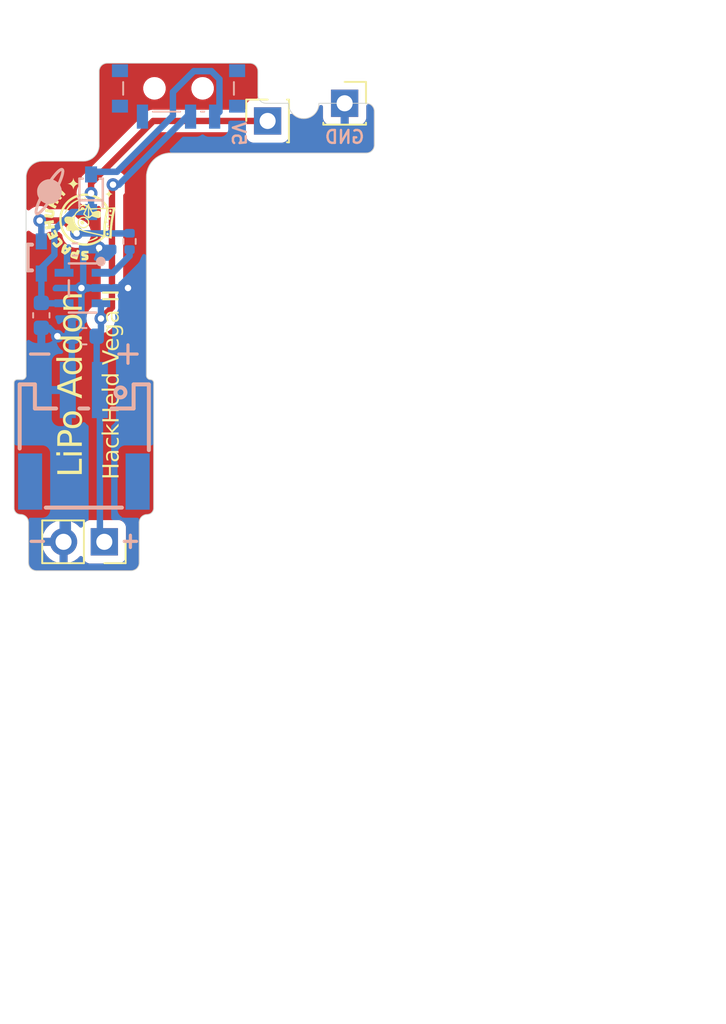
<source format=kicad_pcb>
(kicad_pcb (version 20221018) (generator pcbnew)
  (title_block (title "Hackheld Vega II") (date "2023-02-26") (rev "1") (company "Spacehuhn Technologies") (comment 1 "Designed with <3 by Stefan"))
  (layers (0 "F.Cu" signal) (31 "B.Cu" signal) (34 "B.Paste" user) (35 "F.Paste" user) (36 "B.SilkS" user "B.Silkscreen") (37 "F.SilkS" user "F.Silkscreen") (38 "B.Mask" user) (39 "F.Mask" user) (44 "Edge.Cuts" user))
  (net 0 "")
  (net 1 "+5V")
  (net 2 "GND")
  (net 3 "+BATT")
  (net 4 "Net-(SW7-C)")
  (net 7 "Net-(U2-STAT)")
  (net 8 "Net-(U2-PROG)")
  (net 9 "Net-(LED1-K)")
  (footprint "Connector_PinSocket_2.54mm:PinSocket_1x01_P2.54mm_Vertical" (layer "F.Cu") (at 151 69)
    (fp_text reference "J3" hide)
    (fp_text value "Conn_01x01_Socket")
    (pad "1" thru_hole rect (at 0 0) (size 1.7 1.7) (drill 1) (property pad_prop_castellated) (layers "*.Cu" "*.Mask") (net 2 "GND"))
  )
  (footprint "artwork:spacehuhn_logo_text_small" (layer "F.Cu") (at 134.5 76.2 90)
    (fp_text reference "G***" hide)
    (fp_text value "LOGO" hide)
  )
  (footprint "MountingHole:MountingHole_2.2mm_M2" (layer "F.Cu") (at 132 123.85)
    (fp_text reference "REF2" hide)
    (fp_text value "MountingHole_2.2mm_M2" hide)
    (pad "" np_thru_hole circle (at 0 0) (size 2.2 2.2) (drill 2.2) (layers "*.Cu" "*.Mask"))
  )
  (footprint "MountingHole:MountingHole_2.2mm_M2" (layer "F.Cu") (at 172.3 123.85)
    (fp_text reference "REF1" hide)
    (fp_text value "MountingHole_2.2mm_M2" hide)
    (pad "" np_thru_hole circle (at 0 0) (size 2.2 2.2) (drill 2.2) (layers "*.Cu" "*.Mask"))
  )
  (footprint "Connector_PinSocket_2.54mm:PinSocket_1x02_P2.54mm_Vertical" (layer "F.Cu") (at 136.025 96.3 -90)
    (fp_text reference "J1" hide)
    (fp_text value "Conn_01x02_Socket")
    (pad "1" thru_hole rect (at 0 0 270) (size 1.7 1.7) (drill 1) (layers "*.Cu" "*.Mask") (net 3 "+BATT"))
    (pad "2" thru_hole oval (at 0 2.54 270) (size 1.7 1.7) (drill 1) (layers "*.Cu" "*.Mask") (net 2 "GND"))
  )
  (footprint "MountingHole:MountingHole_2.2mm_M2" (layer "F.Cu") (at 172.3 68.9)
    (fp_text reference "REF4" hide)
    (fp_text value "MountingHole_2.2mm_M2" hide)
    (pad "" np_thru_hole circle (at 0 0) (size 2.2 2.2) (drill 2.2) (layers "*.Cu" "*.Mask"))
  )
  (footprint "Connector_PinSocket_2.54mm:PinSocket_1x01_P2.54mm_Vertical" (layer "F.Cu") (at 146.2 70.1 90)
    (fp_text reference "J2" hide)
    (fp_text value "Conn_01x01_Socket")
    (pad "1" thru_hole rect (at 0 0 90) (size 1.7 1.7) (drill 1) (layers "*.Cu" "*.Mask") (net 1 "+5V"))
  )
  (footprint "MountingHole:MountingHole_2.2mm_M2" (layer "F.Cu") (at 132 68.9)
    (fp_text reference "REF3" hide)
    (fp_text value "MountingHole_2.2mm_M2" hide)
    (pad "" np_thru_hole circle (at 0 0) (size 2.2 2.2) (drill 2.2) (layers "*.Cu" "*.Mask"))
  )
  (footprint "Capacitor_SMD:C_0603_1608Metric" (layer "B.Cu") (at 134.775 83.5 180)
    (fp_text reference "C2" hide)
    (fp_text value "4.7uF")
    (pad "1" smd roundrect (at -0.775 0 180) (size 0.9 0.95) (layers "B.Cu" "B.Paste" "B.Mask") (net 3 "+BATT"))
    (pad "2" smd roundrect (at 0.775 0 180) (size 0.9 0.95) (layers "B.Cu" "B.Paste" "B.Mask") (net 2 "GND"))
  )
  (footprint "artwork:planet_small" (layer "B.Cu") (at 132.6 74.5 -90)
    (fp_text reference "G***" hide)
    (fp_text value "LOGO" hide)
  )
  (footprint "_mykicadlib:SOT-23-5_L3.0-W1.7-P0.95-LS2.8-BL" (layer "B.Cu") (at 134.665 80.5 -90)
    (fp_text reference "U2" hide)
    (fp_text value "MCP73831T")
    (pad "1" smd rect (at -0.95 -1.15 270) (size 0.49 1.16) (layers "B.Cu" "B.Paste" "B.Mask") (net 7 "Net-(U2-STAT)"))
    (pad "2" smd rect (at 0 -1.15 270) (size 0.49 1.16) (layers "B.Cu" "B.Paste" "B.Mask") (net 2 "GND"))
    (pad "3" smd rect (at 0.95 -1.15 270) (size 0.49 1.16) (layers "B.Cu" "B.Paste" "B.Mask") (net 3 "+BATT"))
    (pad "4" smd rect (at 0.95 1.15 270) (size 0.49 1.18) (layers "B.Cu" "B.Paste" "B.Mask") (net 1 "+5V"))
    (pad "5" smd rect (at -0.95 1.15 270) (size 0.49 1.18) (layers "B.Cu" "B.Paste" "B.Mask") (net 8 "Net-(U2-PROG)"))
  )
  (footprint "_mykicadlib:SW_MK-12C02-G020" (layer "B.Cu") (at 140.65 68.4)
    (fp_text reference "SW7" hide)
    (fp_text value "MK-12C02-G015")
    (pad "" smd rect (at -3.65 -1.43) (size 1 0.8) (layers "B.Cu" "B.Paste" "B.Mask"))
    (pad "" smd rect (at -3.65 0.78) (size 1 0.8) (layers "B.Cu" "B.Paste" "B.Mask"))
    (pad "" np_thru_hole circle (at -1.5 -0.33) (size 0.9 0.9) (drill 0.9) (layers "*.Cu" "*.Mask"))
    (pad "" np_thru_hole circle (at 1.5 -0.33) (size 0.9 0.9) (drill 0.9) (layers "*.Cu" "*.Mask"))
    (pad "" smd rect (at 3.65 -1.43) (size 1 0.8) (layers "B.Cu" "B.Paste" "B.Mask"))
    (pad "" smd rect (at 3.65 0.78) (size 1 0.8) (layers "B.Cu" "B.Paste" "B.Mask"))
    (pad "1" smd rect (at -2.25 1.43) (size 0.7 1.5) (layers "B.Cu" "B.Paste" "B.Mask"))
    (pad "2" smd rect (at 0.75 1.43) (size 0.7 1.5) (layers "B.Cu" "B.Paste" "B.Mask") (net 3 "+BATT"))
    (pad "3" smd rect (at 2.25 1.43) (size 0.7 1.5) (layers "B.Cu" "B.Paste" "B.Mask") (net 4 "Net-(SW7-C)"))
  )
  (footprint "Resistor_SMD:R_0402_1005Metric" (layer "B.Cu") (at 137.6 77.6 -90)
    (fp_text reference "R3" hide)
    (fp_text value "5.1K")
    (pad "1" smd roundrect (at -0.51 0 270) (size 0.54 0.64) (layers "B.Cu" "B.Paste" "B.Mask") (net 9 "Net-(LED1-K)"))
    (pad "2" smd roundrect (at 0.51 0 270) (size 0.54 0.64) (layers "B.Cu" "B.Paste" "B.Mask") (net 7 "Net-(U2-STAT)"))
  )
  (footprint "_mykicadlib:LED-SMD_L2.0-W1.1_SIDE" (layer "B.Cu") (at 132.1 78.6 -90)
    (fp_text reference "LED1" hide)
    (fp_text value "MHS171CRCT")
    (pad "1" smd rect (at 1 0 270) (size 1 0.7) (layers "B.Cu" "B.Paste" "B.Mask") (net 1 "+5V"))
    (pad "2" smd rect (at -1 0 270) (size 1 0.7) (layers "B.Cu" "B.Paste" "B.Mask") (net 9 "Net-(LED1-K)"))
  )
  (footprint "_mykicadlib:SOD-323_L1.8-W1.3-LS2.5-RD" (layer "B.Cu") (at 135.2 74.6 90)
    (fp_text reference "D2" hide)
    (fp_text value "BAT760")
    (pad "1" smd rect (at -1.17 0 90) (size 1 0.75) (layers "B.Cu" "B.Paste" "B.Mask") (net 1 "+5V"))
    (pad "2" smd rect (at 1.17 0 90) (size 1 0.75) (layers "B.Cu" "B.Paste" "B.Mask") (net 4 "Net-(SW7-C)"))
  )
  (footprint "_mykicadlib:CONN-SMD_2P-P2.00_XUNPU_WAFER-PH2.0-2PWB" (layer "B.Cu") (at 134.75 89.7 180)
    (fp_text reference "H1" hide)
    (fp_text value "JST-PH-2")
    (pad "1" smd rect (at -1 2.85 180) (size 1 3.5) (layers "B.Cu" "B.Paste" "B.Mask") (net 3 "+BATT"))
    (pad "2" smd rect (at 1 2.85 180) (size 1 3.5) (layers "B.Cu" "B.Paste" "B.Mask") (net 2 "GND"))
    (pad "4" smd rect (at 3.35 -2.85 180) (size 1.5 3.5) (layers "B.Cu" "B.Paste" "B.Mask"))
    (pad "5" smd rect (at -3.35 -2.85 180) (size 1.5 3.5) (layers "B.Cu" "B.Paste" "B.Mask"))
  )
  (footprint "Resistor_SMD:R_0402_1005Metric" (layer "B.Cu") (at 134.2 78.1)
    (fp_text reference "R4" hide)
    (fp_text value "2K")
    (pad "1" smd roundrect (at -0.51 0) (size 0.54 0.64) (layers "B.Cu" "B.Paste" "B.Mask") (net 8 "Net-(U2-PROG)"))
    (pad "2" smd roundrect (at 0.51 0) (size 0.54 0.64) (layers "B.Cu" "B.Paste" "B.Mask") (net 2 "GND"))
  )
  (footprint "Capacitor_SMD:C_0603_1608Metric" (layer "B.Cu") (at 132.1 82.2 -90)
    (fp_text reference "C1" hide)
    (fp_text value "4.7uF")
    (pad "1" smd roundrect (at -0.775 0 270) (size 0.9 0.95) (layers "B.Cu" "B.Paste" "B.Mask") (net 1 "+5V"))
    (pad "2" smd roundrect (at 0.775 0 270) (size 0.9 0.95) (layers "B.Cu" "B.Paste" "B.Mask") (net 2 "GND"))
  )
  (gr_arc (start 135.7 67) (mid 135.846447 66.646447) (end 136.2 66.5) (stroke (width 0.05)) (layer "Edge.Cuts"))
  (gr_line (start 152.85 71.6) (end 152.85 69.5) (stroke (width 0.05)) (layer "Edge.Cuts"))
  (gr_line (start 134.7 72.6) (end 132.15 72.6) (stroke (width 0.05)) (layer "Edge.Cuts"))
  (gr_line (start 152.35 69) (end 149.4 69) (stroke (width 0.05)) (layer "Edge.Cuts"))
  (gr_line (start 131.15 73.6) (end 131.15 85.95) (stroke (width 0.05)) (layer "Edge.Cuts"))
  (gr_line (start 130.6 86.2) (end 130.9 86.2) (stroke (width 0.05)) (layer "Edge.Cuts"))
  (gr_arc (start 130.4 86.4) (mid 130.458579 86.258579) (end 130.6 86.2) (stroke (width 0.05)) (layer "Edge.Cuts"))
  (gr_arc (start 130.8 94.6) (mid 130.517157 94.482843) (end 130.4 94.2) (stroke (width 0.05)) (layer "Edge.Cuts"))
  (gr_arc (start 146.1 69) (mid 145.746447 68.853553) (end 145.6 68.5) (stroke (width 0.05)) (layer "Edge.Cuts"))
  (gr_line (start 131.3 97.6) (end 131.3 95.1) (stroke (width 0.05)) (layer "Edge.Cuts"))
  (gr_arc (start 135.7 71.6) (mid 135.407107 72.307107) (end 134.7 72.6) (stroke (width 0.05)) (layer "Edge.Cuts"))
  (gr_arc (start 138.9 86.2) (mid 138.723223 86.126777) (end 138.65 85.95) (stroke (width 0.05)) (layer "Edge.Cuts"))
  (gr_arc (start 139.1 94.2) (mid 138.982843 94.482843) (end 138.7 94.6) (stroke (width 0.05)) (layer "Edge.Cuts"))
  (gr_line (start 145.6 68.5) (end 145.6 67) (stroke (width 0.05)) (layer "Edge.Cuts"))
  (gr_arc (start 145.1 66.5) (mid 145.453553 66.646447) (end 145.6 67) (stroke (width 0.05)) (layer "Edge.Cuts"))
  (gr_arc (start 138.9 86.2) (mid 139.041421 86.258579) (end 139.1 86.4) (stroke (width 0.05)) (layer "Edge.Cuts"))
  (gr_line (start 131.8 98.1) (end 137.7 98.1) (stroke (width 0.05)) (layer "Edge.Cuts"))
  (gr_arc (start 152.85 71.6) (mid 152.703553 71.953553) (end 152.35 72.1) (stroke (width 0.05)) (layer "Edge.Cuts"))
  (gr_line (start 139.1 94.2) (end 139.1 86.4) (stroke (width 0.05)) (layer "Edge.Cuts"))
  (gr_line (start 135.7 67) (end 135.7 71.6) (stroke (width 0.05)) (layer "Edge.Cuts"))
  (gr_line (start 138.65 85.95) (end 138.65 73.6) (stroke (width 0.05)) (layer "Edge.Cuts"))
  (gr_arc (start 138.65 73.6) (mid 139.08934 72.53934) (end 140.15 72.1) (stroke (width 0.05)) (layer "Edge.Cuts"))
  (gr_arc (start 131.15 73.6) (mid 131.442893 72.892893) (end 132.15 72.6) (stroke (width 0.05)) (layer "Edge.Cuts"))
  (gr_arc (start 130.8 94.6) (mid 131.153553 94.746447) (end 131.3 95.1) (stroke (width 0.05)) (layer "Edge.Cuts"))
  (gr_arc (start 149.4 69) (mid 148.45 69.95) (end 147.5 69) (stroke (width 0.05)) (layer "Edge.Cuts"))
  (gr_arc (start 138.2 97.6) (mid 138.053553 97.953553) (end 137.7 98.1) (stroke (width 0.05)) (layer "Edge.Cuts"))
  (gr_line (start 138.2 95.1) (end 138.2 97.6) (stroke (width 0.05)) (layer "Edge.Cuts"))
  (gr_line (start 140.15 72.1) (end 152.35 72.1) (stroke (width 0.05)) (layer "Edge.Cuts"))
  (gr_arc (start 138.2 95.1) (mid 138.346447 94.746447) (end 138.7 94.6) (stroke (width 0.05)) (layer "Edge.Cuts"))
  (gr_arc (start 131.15 85.95) (mid 131.076777 86.126777) (end 130.9 86.2) (stroke (width 0.05)) (layer "Edge.Cuts"))
  (gr_line (start 130.4 94.2) (end 130.4 86.4) (stroke (width 0.05)) (layer "Edge.Cuts"))
  (gr_arc (start 131.8 98.1) (mid 131.446447 97.953553) (end 131.3 97.6) (stroke (width 0.05)) (layer "Edge.Cuts"))
  (gr_line (start 145.1 66.5) (end 136.2 66.5) (stroke (width 0.05)) (layer "Edge.Cuts"))
  (gr_arc (start 152.35 69) (mid 152.703553 69.146447) (end 152.85 69.5) (stroke (width 0.05)) (layer "Edge.Cuts"))
  (gr_line (start 147.5 69) (end 146.1 69) (stroke (width 0.05)) (layer "Edge.Cuts"))
  (gr_text "+" (at 137.5 84.5) (layer "B.SilkS") (effects (font (size 1.5 1.5) (thickness 0.2)) (justify mirror)))
  (gr_text "GND" (at 151 71.1) (layer "B.SilkS") (effects (font (size 0.8 0.8)) (justify mirror)))
  (gr_text "-" (at 132 84.5) (layer "B.SilkS") (effects (font (size 1.5 1.5) (thickness 0.2)) (justify mirror)))
  (gr_text "-" (at 131.85 96.2) (layer "B.SilkS") (effects (font (size 1 1) (thickness 0.2)) (justify mirror)))
  (gr_text "+" (at 137.65 96.2) (layer "B.SilkS") (effects (font (size 1 1) (thickness 0.2)) (justify mirror)))
  (gr_text "5V" (at 144.4 70.9 -90) (layer "B.SilkS") (effects (font (size 0.8 0.8)) (justify mirror)))
  (gr_text "LiPo Addon" (at 134 86.5 90) (layer "F.SilkS") (effects (font (size 1.5 1.5))))
  (gr_text "HackHeld Vega II" (at 136.5 86.5 90) (layer "F.SilkS") (effects (font (size 1 1))))
  (segment (start 139.075 70.1) (end 146.2 70.1) (width 0.4) (layer "F.Cu") (net 1))
  (segment (start 135.2 73.975) (end 139.075 70.1) (width 0.4) (layer "F.Cu") (net 1))
  (segment (start 135.2 74.6) (end 135.2 73.975) (width 0.4) (layer "F.Cu") (net 1))
  (via (at 135.2 74.6) (size 0.8) (drill 0.4) (layers "F.Cu" "B.Cu") (net 1))
  (segment (start 134.03 75.77) (end 135.2 75.77) (width 0.4) (layer "B.Cu") (net 1))
  (segment (start 135.2 74.6) (end 135.2 75.77) (width 0.4) (layer "B.Cu") (net 1))
  (segment (start 133.515 81.45) (end 132.125 81.45) (width 0.4) (layer "B.Cu") (net 1))
  (segment (start 132.915 76.885) (end 134.03 75.77) (width 0.4) (layer "B.Cu") (net 1))
  (segment (start 132.915 76.885) (end 132.915 78.435) (width 0.4) (layer "B.Cu") (net 1))
  (segment (start 132.1 81.425) (end 132.1 79.6) (width 0.4) (layer "B.Cu") (net 1))
  (segment (start 132.125 81.45) (end 132.1 81.425) (width 0.4) (layer "B.Cu") (net 1))
  (segment (start 132.1 79.25) (end 132.1 79.6) (width 0.4) (layer "B.Cu") (net 1))
  (segment (start 132.915 78.435) (end 132.1 79.25) (width 0.4) (layer "B.Cu") (net 1))
  (segment (start 151 69) (end 151 70.45) (width 0.4) (layer "F.Cu") (net 2))
  (segment (start 151 70.45) (end 149.8 71.65) (width 0.4) (layer "F.Cu") (net 2))
  (segment (start 149.8 71.65) (end 138.75 71.65) (width 0.4) (layer "F.Cu") (net 2))
  (segment (start 138.75 71.65) (end 137.5 72.9) (width 0.4) (layer "F.Cu") (net 2))
  (segment (start 137.5 72.9) (end 137.5 80.5) (width 0.4) (layer "F.Cu") (net 2))
  (via (at 134.6 80.5) (size 0.8) (drill 0.4) (layers "F.Cu" "B.Cu") (net 2))
  (via (at 137.5 80.5) (size 0.8) (drill 0.4) (layers "F.Cu" "B.Cu") (net 2))
  (via (at 135.7 78) (size 0.8) (drill 0.4) (layers "F.Cu" "B.Cu") (net 2))
  (via (at 133.1 83.5) (size 0.8) (drill 0.4) (layers "F.Cu" "B.Cu") (net 2))
  (segment (start 134.71 78.1) (end 134.81 78) (width 0.4) (layer "B.Cu") (net 2))
  (segment (start 134 83.5) (end 134.6 82.9) (width 0.4) (layer "B.Cu") (net 2))
  (segment (start 134 86.6) (end 133.75 86.85) (width 0.4) (layer "B.Cu") (net 2))
  (segment (start 134.6 82.9) (end 134.6 80.5) (width 0.4) (layer "B.Cu") (net 2))
  (segment (start 137.5 80.5) (end 135.815 80.5) (width 0.4) (layer "B.Cu") (net 2))
  (segment (start 133.1 83.5) (end 132.575 82.975) (width 0.4) (layer "B.Cu") (net 2))
  (segment (start 134.71 78.1) (end 134.71 80.39) (width 0.4) (layer "B.Cu") (net 2))
  (segment (start 132.575 82.975) (end 132.1 82.975) (width 0.4) (layer "B.Cu") (net 2))
  (segment (start 135.815 80.5) (end 134.6 80.5) (width 0.4) (layer "B.Cu") (net 2))
  (segment (start 134 83.5) (end 134 86.6) (width 0.4) (layer "B.Cu") (net 2))
  (segment (start 134 83.5) (end 133.1 83.5) (width 0.4) (layer "B.Cu") (net 2))
  (segment (start 133.75 86.85) (end 133.75 95.95) (width 0.4) (layer "B.Cu") (net 2))
  (segment (start 134.81 78) (end 135.7 78) (width 0.4) (layer "B.Cu") (net 2))
  (segment (start 133.75 95.95) (end 133.4 96.3) (width 0.4) (layer "B.Cu") (net 2))
  (segment (start 134.71 80.39) (end 134.6 80.5) (width 0.4) (layer "B.Cu") (net 2))
  (segment (start 136.5 74.130664) (end 136.5 81.715) (width 0.4) (layer "F.Cu") (net 3))
  (segment (start 136.5 81.715) (end 135.815 82.4) (width 0.4) (layer "F.Cu") (net 3))
  (segment (start 136.565332 74.065332) (end 136.5 74.130664) (width 0.4) (layer "F.Cu") (net 3))
  (via (at 135.815 82.4) (size 0.8) (drill 0.4) (layers "F.Cu" "B.Cu") (net 3))
  (via (at 136.565332 74.065332) (size 0.8) (drill 0.4) (layers "F.Cu" "B.Cu") (net 3))
  (segment (start 135.815 81.45) (end 135.815 82.4) (width 0.4) (layer "B.Cu") (net 3))
  (segment (start 135.815 82.4) (end 135.815 83.235) (width 0.4) (layer "B.Cu") (net 3))
  (segment (start 135.75 86.85) (end 135.75 96.11) (width 0.4) (layer "B.Cu") (net 3))
  (segment (start 135.75 96.11) (end 135.94 96.3) (width 0.4) (layer "B.Cu") (net 3))
  (segment (start 136.934668 74.065332) (end 136.565332 74.065332) (width 0.4) (layer "B.Cu") (net 3))
  (segment (start 135.815 83.235) (end 135.55 83.5) (width 0.4) (layer "B.Cu") (net 3))
  (segment (start 141.4 69.83) (end 141.17 69.83) (width 0.4) (layer "B.Cu") (net 3))
  (segment (start 135.55 86.65) (end 135.75 86.85) (width 0.4) (layer "B.Cu") (net 3))
  (segment (start 141.17 69.83) (end 136.934668 74.065332) (width 0.4) (layer "B.Cu") (net 3))
  (segment (start 135.55 83.5) (end 135.55 86.65) (width 0.4) (layer "B.Cu") (net 3))
  (segment (start 141.6 67) (end 140.3 68.3) (width 0.4) (layer "B.Cu") (net 4))
  (segment (start 142.9 69.83) (end 143.2 69.53) (width 0.4) (layer "B.Cu") (net 4))
  (segment (start 142.7 67) (end 141.6 67) (width 0.4) (layer "B.Cu") (net 4))
  (segment (start 143.2 67.5) (end 142.7 67) (width 0.4) (layer "B.Cu") (net 4))
  (segment (start 140.3 69.775736) (end 136.810404 73.265332) (width 0.4) (layer "B.Cu") (net 4))
  (segment (start 143.2 69.53) (end 143.2 67.5) (width 0.4) (layer "B.Cu") (net 4))
  (segment (start 135.364668 73.265332) (end 135.2 73.43) (width 0.4) (layer "B.Cu") (net 4))
  (segment (start 140.3 68.3) (end 140.3 69.775736) (width 0.4) (layer "B.Cu") (net 4))
  (segment (start 136.810404 73.265332) (end 135.364668 73.265332) (width 0.4) (layer "B.Cu") (net 4))
  (segment (start 135.815 79.55) (end 136.55 79.55) (width 0.4) (layer "B.Cu") (net 7))
  (segment (start 136.55 79.55) (end 137.6 78.5) (width 0.4) (layer "B.Cu") (net 7))
  (segment (start 137.6 78.5) (end 137.6 78.11) (width 0.4) (layer "B.Cu") (net 7))
  (segment (start 133.7 78.11) (end 133.69 78.1) (width 0.4) (layer "B.Cu") (net 8))
  (segment (start 133.515 79.55) (end 133.7 79.365) (width 0.4) (layer "B.Cu") (net 8))
  (segment (start 133.7 79.365) (end 133.7 78.11) (width 0.4) (layer "B.Cu") (net 8))
  (segment (start 133.5 76.3) (end 134.3 77.1) (width 0.4) (layer "F.Cu") (net 9))
  (segment (start 132 76.3) (end 133.5 76.3) (width 0.4) (layer "F.Cu") (net 9))
  (via (at 132 76.3) (size 0.8) (drill 0.4) (layers "F.Cu" "B.Cu") (net 9))
  (via (at 134.3 77.1) (size 0.8) (drill 0.4) (layers "F.Cu" "B.Cu") (net 9))
  (segment (start 134.3 77.1) (end 137.59 77.1) (width 0.4) (layer "B.Cu") (net 9))
  (segment (start 132.1 77.6) (end 132.1 76.4) (width 0.4) (layer "B.Cu") (net 9))
  (segment (start 132.1 76.4) (end 132 76.3) (width 0.4) (layer "B.Cu") (net 9))
  (segment (start 137.59 77.1) (end 137.6 77.09) (width 0.4) (layer "B.Cu") (net 9))
  (zone (net 2) (net_name "GND") (layers "F&B.Cu") (connect_pads (clearance 0.5)) (min_thickness 0.25) (fill yes (thermal_gap 0.5) (thermal_bridge_width 0.5))
    (polygon (pts (xy 139.7 98.5) (xy 139.7 72.6) (xy 153.5 72.6) (xy 153.5 66) (xy 135.1 66) (xy 135.1 72) (xy 129.8 72) (xy 129.8 98.5)))
  )
)
</source>
